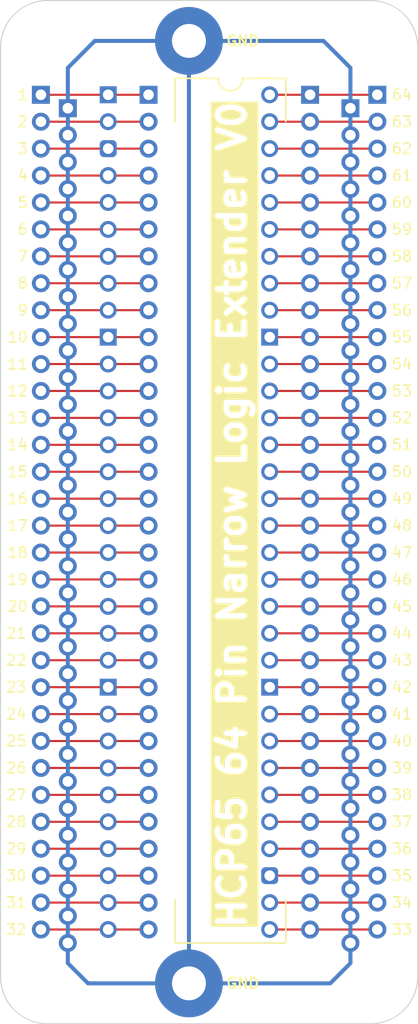
<source format=kicad_pcb>
(kicad_pcb (version 20241229) (generator "pcbnew") (generator_version "9.0")
  (title_block (title "Narrow Logic Analyser Extension") (date "2026-01-15") (rev "V0"))
  (layers (0 "F.Cu" signal) (2 "B.Cu" signal) (13 "F.Paste" user) (15 "B.Paste" user) (5 "F.SilkS" user "F.Silkscreen") (7 "B.SilkS" user "B.Silkscreen") (1 "F.Mask" user) (3 "B.Mask" user) (25 "Edge.Cuts" user))
  (net 0 "")
  (net 1 "Net-(J4-Pin_24)")
  (net 2 "Net-(J4-Pin_9)")
  (net 3 "Net-(J2-Pin_11)")
  (net 4 "Net-(J2-Pin_30)")
  (net 5 "Net-(J4-Pin_3)")
  (net 6 "Net-(J4-Pin_17)")
  (net 7 "Net-(J2-Pin_8)")
  (net 8 "Net-(J4-Pin_18)")
  (net 9 "Net-(J4-Pin_14)")
  (net 10 "Net-(J4-Pin_16)")
  (net 11 "Net-(J4-Pin_27)")
  (net 12 "Net-(J2-Pin_19)")
  (net 13 "Net-(J2-Pin_12)")
  (net 14 "Net-(J2-Pin_25)")
  (net 15 "Net-(J4-Pin_22)")
  (net 16 "Net-(J4-Pin_30)")
  (net 17 "Net-(J4-Pin_5)")
  (net 18 "Net-(J4-Pin_31)")
  (net 19 "Net-(J2-Pin_21)")
  (net 20 "Net-(J2-Pin_3)")
  (net 21 "Net-(J4-Pin_32)")
  (net 22 "Net-(J2-Pin_2)")
  (net 23 "Net-(J2-Pin_14)")
  (net 24 "Net-(J2-Pin_9)")
  (net 25 "Net-(J2-Pin_5)")
  (net 26 "Net-(J2-Pin_16)")
  (net 27 "Net-(J2-Pin_18)")
  (net 28 "Net-(J2-Pin_23)")
  (net 29 "Net-(J4-Pin_19)")
  (net 30 "Net-(J4-Pin_7)")
  (net 31 "Net-(J2-Pin_10)")
  (net 32 "Net-(J2-Pin_27)")
  (net 33 "Net-(J4-Pin_2)")
  (net 34 "Net-(J4-Pin_29)")
  (net 35 "Net-(J4-Pin_12)")
  (net 36 "Net-(J2-Pin_7)")
  (net 37 "Net-(J4-Pin_13)")
  (net 38 "Net-(J2-Pin_15)")
  (net 39 "Net-(J2-Pin_26)")
  (net 40 "Net-(J4-Pin_28)")
  (net 41 "Net-(J4-Pin_23)")
  (net 42 "Net-(J4-Pin_25)")
  (net 43 "Net-(J4-Pin_11)")
  (net 44 "Net-(J4-Pin_21)")
  (net 45 "Net-(J4-Pin_15)")
  (net 46 "Net-(J4-Pin_6)")
  (net 47 "Net-(J4-Pin_26)")
  (net 48 "Net-(J2-Pin_4)")
  (net 49 "Net-(J2-Pin_29)")
  (net 50 "Net-(J2-Pin_20)")
  (net 51 "Net-(J4-Pin_1)")
  (net 52 "Net-(J4-Pin_4)")
  (net 53 "Net-(J2-Pin_31)")
  (net 54 "Net-(J2-Pin_13)")
  (net 55 "Net-(J2-Pin_6)")
  (net 56 "Net-(J2-Pin_22)")
  (net 57 "Net-(J4-Pin_20)")
  (net 58 "Net-(J4-Pin_8)")
  (net 59 "Net-(J4-Pin_10)")
  (net 60 "Net-(J2-Pin_32)")
  (net 61 "Net-(J2-Pin_24)")
  (net 62 "Net-(J2-Pin_1)")
  (net 63 "Net-(J2-Pin_17)")
  (net 64 "Net-(J2-Pin_28)")
  (net 65 "/GND")
  (footprint "Connector_PinHeader_2.54mm:PinHeader_1x32_P2.54mm_Vertical" (layer "F.Cu") (at -3.81 1.27)
    (property "Reference" "J6" (hide yes))
    (property "Value" "Conn_01x32_Pin")
  )
  (footprint "Connector_PinHeader_2.54mm:PinHeader_1x32_P2.54mm_Vertical" (layer "F.Cu") (at 22.86 1.27)
    (property "Reference" "J7" (hide yes))
    (property "Value" "Conn_01x32_Pin")
  )
  (footprint "SamacSys_Parts:DIP-64_Board_W15.24mm_Nak" (layer "F.Cu") (at 0 0)
    (property "Reference" "J1" (hide yes))
    (property "Value" "Board 2x32 W15.24mm")
  )
  (footprint "MountingHole:MountingHole_3.2mm_M3_Pad" (layer "F.Cu") (at 7.62 -5.08)
    (property "Reference" "H1" (hide yes))
    (property "Value" "MountingHole_Pad")
  )
  (footprint "Connector_PinSocket_2.54mm:PinSocket_1x32_P2.54mm_Vertical" (layer "F.Cu") (at 19.05 0)
    (property "Reference" "J3" (hide yes))
    (property "Value" "Conn_01x32_Socket")
  )
  (footprint "Connector_PinHeader_2.54mm:PinHeader_1x32_P2.54mm_Vertical" (layer "F.Cu") (at -6.35 0)
    (property "Reference" "J5" (hide yes))
    (property "Value" "Conn_01x32_Pin")
  )
  (footprint "MountingHole:MountingHole_3.2mm_M3_Pad" (layer "F.Cu") (at 7.62 83.82)
    (property "Reference" "H2" (hide yes))
    (property "Value" "MountingHole_Pad")
  )
  (footprint "Connector_PinSocket_2.54mm:PinSocket_1x32_P2.54mm_Vertical" (layer "F.Cu") (at 3.81 0)
    (property "Reference" "J4" (hide yes))
    (property "Value" "Conn_01x32_Socket")
  )
  (footprint "Connector_PinHeader_2.54mm:PinHeader_1x32_P2.54mm_Vertical" (layer "F.Cu") (at 25.4 0)
    (property "Reference" "J2" (hide yes))
    (property "Value" "Conn_01x32_Pin")
  )
  (gr_line (start 16.764 80.01) (end 6.305726 80.010001) (stroke (width 0.15)) (layer "F.SilkS"))
  (gr_arc (start 12.7 -1.546136) (mid 11.534863 -0.380999) (end 10.369726 -1.546136) (stroke (width 0.15)) (layer "F.SilkS"))
  (gr_line (start 16.764 -1.546136) (end 12.7 -1.546136) (stroke (width 0.15)) (layer "F.SilkS"))
  (gr_line (start 6.305726 80.010001) (end 6.305726 75.946001) (stroke (width 0.15)) (layer "F.SilkS"))
  (gr_line (start 16.764 80.01) (end 16.763999 75.946001) (stroke (width 0.15)) (layer "F.SilkS"))
  (gr_line (start 16.764 -1.546136) (end 16.764 2.517864) (stroke (width 0.15)) (layer "F.SilkS"))
  (gr_line (start 6.305726 -1.546136) (end 6.305726 2.517864) (stroke (width 0.15)) (layer "F.SilkS"))
  (gr_line (start 6.305726 -1.546136) (end 10.369726 -1.546136) (stroke (width 0.15)) (layer "F.SilkS"))
  (gr_line (start -5.715 -8.89) (end 24.765 -8.89) (stroke (width 0.1)) (layer "Edge.Cuts"))
  (gr_arc (start -5.715 87.63) (mid -8.85809 86.32809) (end -10.16 83.185) (stroke (width 0.1)) (layer "Edge.Cuts"))
  (gr_line (start 29.21 -4.445) (end 29.21 83.185) (stroke (width 0.1)) (layer "Edge.Cuts"))
  (gr_arc (start 24.765 -8.89) (mid 27.90809 -7.58809) (end 29.21 -4.445) (stroke (width 0.1)) (layer "Edge.Cuts"))
  (gr_line (start -10.16 83.185001) (end -10.16 -4.445) (stroke (width 0.1)) (layer "Edge.Cuts"))
  (gr_line (start 24.765 87.63) (end -5.715 87.63) (stroke (width 0.1)) (layer "Edge.Cuts"))
  (gr_arc (start -10.16 -4.445) (mid -8.85809 -7.58809) (end -5.715 -8.89) (stroke (width 0.1)) (layer "Edge.Cuts"))
  (gr_arc (start 29.21 83.185) (mid 27.90809 86.32809) (end 24.765 87.63) (stroke (width 0.1)) (layer "Edge.Cuts"))
  (gr_text "56" (at 26.67 20.32 0) (layer "F.SilkS") (effects (font (size 1 1)) (justify left)))
  (gr_text "40" (at 26.67 60.96 0) (layer "F.SilkS") (effects (font (size 1 1)) (justify left)))
  (gr_text "19" (at -7.493 45.72 0) (layer "F.SilkS") (effects (font (size 1 1)) (justify right)))
  (gr_text "13" (at -7.493 30.48 0) (layer "F.SilkS") (effects (font (size 1 1)) (justify right)))
  (gr_text "15" (at -7.493 35.56 0) (layer "F.SilkS") (effects (font (size 1 1)) (justify right)))
  (gr_text "30" (at -7.62 73.66 0) (layer "F.SilkS") (effects (font (size 1 1)) (justify right)))
  (gr_text "10" (at -7.493 22.86 0) (layer "F.SilkS") (effects (font (size 1 1)) (justify right)))
  (gr_text "41" (at 26.67 58.42 0) (layer "F.SilkS") (effects (font (size 1 1)) (justify left)))
  (gr_text "39" (at 26.67 63.5 0) (layer "F.SilkS") (effects (font (size 1 1)) (justify left)))
  (gr_text "GND" (at 12.7 -5.08 0) (layer "F.SilkS") (effects (font (size 1 1) (thickness 0.2) (bold yes))))
  (gr_text "20" (at -7.493 48.26 0) (layer "F.SilkS") (effects (font (size 1 1)) (justify right)))
  (gr_text "1" (at -7.493 0 0) (layer "F.SilkS") (effects (font (size 1 1)) (justify right)))
  (gr_text "48" (at 26.67 40.64 0) (layer "F.SilkS") (effects (font (size 1 1)) (justify left)))
  (gr_text "51" (at 26.67 33.02 0) (layer "F.SilkS") (effects (font (size 1 1)) (justify left)))
  (gr_text "54" (at 26.67 25.4 0) (layer "F.SilkS") (effects (font (size 1 1)) (justify left)))
  (gr_text "58" (at 26.67 15.24 0) (layer "F.SilkS") (effects (font (size 1 1)) (justify left)))
  (gr_text "21" (at -7.62 50.8 0) (layer "F.SilkS") (effects (font (size 1 1)) (justify right)))
  (gr_text "11" (at -7.493 25.4 0) (layer "F.SilkS") (effects (font (size 1 1)) (justify right)))
  (gr_text "44" (at 26.67 50.8 0) (layer "F.SilkS") (effects (font (size 1 1)) (justify left)))
  (gr_text "61" (at 26.67 7.62 0) (layer "F.SilkS") (effects (font (size 1 1)) (justify left)))
  (gr_text "HCP65 64 Pin Narrow Logic Extender V0" (at 11.684 39.624 90) (layer "F.SilkS" knockout) (effects (font (size 2.5 2.5) (thickness 0.5) (bold yes))))
  (gr_text "24" (at -7.62 58.42 0) (layer "F.SilkS") (effects (font (size 1 1)) (justify right)))
  (gr_text "4" (at -7.493 7.62 0) (layer "F.SilkS") (effects (font (size 1 1)) (justify right)))
  (gr_text "49" (at 26.67 38.1 0) (layer "F.SilkS") (effects (font (size 1 1)) (justify left)))
  (gr_text "16" (at -7.493 38.1 0) (layer "F.SilkS") (effects (font (size 1 1)) (justify right)))
  (gr_text "42" (at 26.67 55.88 0) (layer "F.SilkS") (effects (font (size 1 1)) (justify left)))
  (gr_text "3" (at -7.493 5.08 0) (layer "F.SilkS") (effects (font (size 1 1)) (justify right)))
  (gr_text "7" (at -7.493 15.24 0) (layer "F.SilkS") (effects (font (size 1 1)) (justify right)))
  (gr_text "27" (at -7.62 66.04 0) (layer "F.SilkS") (effects (font (size 1 1)) (justify right)))
  (gr_text "26" (at -7.62 63.5 0) (layer "F.SilkS") (effects (font (size 1 1)) (justify right)))
  (gr_text "9" (at -7.493 20.32 0) (layer "F.SilkS") (effects (font (size 1 1)) (justify right)))
  (gr_text "36" (at 26.67 71.12 0) (layer "F.SilkS") (effects (font (size 1 1)) (justify left)))
  (gr_text "33" (at 26.67 78.74 0) (layer "F.SilkS") (effects (font (size 1 1)) (justify left)))
  (gr_text "35" (at 26.67 73.66 0) (layer "F.SilkS") (effects (font (size 1 1)) (justify left)))
  (gr_text "37" (at 26.67 68.58 0) (layer "F.SilkS") (effects (font (size 1 1)) (justify left)))
  (gr_text "5" (at -7.493 10.16 0) (layer "F.SilkS") (effects (font (size 1 1)) (justify right)))
  (gr_text "32" (at -7.62 78.74 0) (layer "F.SilkS") (effects (font (size 1 1)) (justify right)))
  (gr_text "18" (at -7.493 43.18 0) (layer "F.SilkS") (effects (font (size 1 1)) (justify right)))
  (gr_text "55" (at 26.67 22.86 0) (layer "F.SilkS") (effects (font (size 1 1)) (justify left)))
  (gr_text "31" (at -7.62 76.2 0) (layer "F.SilkS") (effects (font (size 1 1)) (justify right)))
  (gr_text "25" (at -7.62 60.96 0) (layer "F.SilkS") (effects (font (size 1 1)) (justify right)))
  (gr_text "8" (at -7.493 17.78 0) (layer "F.SilkS") (effects (font (size 1 1)) (justify right)))
  (gr_text "60" (at 26.67 10.16 0) (layer "F.SilkS") (effects (font (size 1 1)) (justify left)))
  (gr_text "23" (at -7.62 55.88 0) (layer "F.SilkS") (effects (font (size 1 1)) (justify right)))
  (gr_text "GND" (at 12.7 83.82 0) (layer "F.SilkS") (effects (font (size 1 1) (thickness 0.2) (bold yes))))
  (gr_text "63" (at 26.67 2.54 0) (layer "F.SilkS") (effects (font (size 1 1)) (justify left)))
  (gr_text "29" (at -7.62 71.12 0) (layer "F.SilkS") (effects (font (size 1 1)) (justify right)))
  (gr_text "64" (at 26.67 0 0) (layer "F.SilkS") (effects (font (size 1 1)) (justify left)))
  (gr_text "52" (at 26.67 30.48 0) (layer "F.SilkS") (effects (font (size 1 1)) (justify left)))
  (gr_text "62" (at 26.67 5.08 0) (layer "F.SilkS") (effects (font (size 1 1)) (justify left)))
  (gr_text "28" (at -7.62 68.58 0) (layer "F.SilkS") (effects (font (size 1 1)) (justify right)))
  (gr_text "12" (at -7.493 27.94 0) (layer "F.SilkS") (effects (font (size 1 1)) (justify right)))
  (gr_text "6" (at -7.493 12.7 0) (layer "F.SilkS") (effects (font (size 1 1)) (justify right)))
  (gr_text "50" (at 26.67 35.56 0) (layer "F.SilkS") (effects (font (size 1 1)) (justify left)))
  (gr_text "53" (at 26.67 27.94 0) (layer "F.SilkS") (effects (font (size 1 1)) (justify left)))
  (gr_text "43" (at 26.67 53.34 0) (layer "F.SilkS") (effects (font (size 1 1)) (justify left)))
  (gr_text "34" (at 26.67 76.2 0) (layer "F.SilkS") (effects (font (size 1 1)) (justify left)))
  (gr_text "14" (at -7.493 33.02 0) (layer "F.SilkS") (effects (font (size 1 1)) (justify right)))
  (gr_text "22" (at -7.62 53.34 0) (layer "F.SilkS") (effects (font (size 1 1)) (justify right)))
  (gr_text "2" (at -7.493 2.54 0) (layer "F.SilkS") (effects (font (size 1 1)) (justify right)))
  (gr_text "38" (at 26.67 66.04 0) (layer "F.SilkS") (effects (font (size 1 1)) (justify left)))
  (gr_text "57" (at 26.67 17.78 0) (layer "F.SilkS") (effects (font (size 1 1)) (justify left)))
  (gr_text "45" (at 26.67 48.26 0) (layer "F.SilkS") (effects (font (size 1 1)) (justify left)))
  (gr_text "47" (at 26.67 43.18 0) (layer "F.SilkS") (effects (font (size 1 1)) (justify left)))
  (gr_text "17" (at -7.493 40.64 0) (layer "F.SilkS") (effects (font (size 1 1)) (justify right)))
  (gr_text "59" (at 26.67 12.7 0) (layer "F.SilkS") (effects (font (size 1 1)) (justify left)))
  (gr_text "46" (at 26.67 45.72 0) (layer "F.SilkS") (effects (font (size 1 1)) (justify left)))
  (segment (start 0 58.42) (end 3.81 58.42) (width 0.2) (layer "F.Cu") (net 1))
  (segment (start -6.35 58.42) (end 0 58.42) (width 0.2) (layer "F.Cu") (net 1))
  (segment (start 3.81 20.32) (end 0 20.32) (width 0.2) (layer "F.Cu") (net 2))
  (segment (start 0 20.32) (end -6.35 20.32) (width 0.2) (layer "F.Cu") (net 2))
  (segment (start 25.4 25.4) (end 19.05 25.4) (width 0.2) (layer "F.Cu") (net 3))
  (segment (start 19.05 25.4) (end 15.24 25.4) (width 0.2) (layer "F.Cu") (net 3))
  (segment (start 15.24 73.66) (end 19.05 73.66) (width 0.2) (layer "F.Cu") (net 4))
  (segment (start 19.05 73.66) (end 25.4 73.66) (width 0.2) (layer "F.Cu") (net 4))
  (segment (start 3.81 5.08) (end 0 5.08) (width 0.2) (layer "F.Cu") (net 5))
  (segment (start 0 5.08) (end -6.35 5.08) (width 0.2) (layer "F.Cu") (net 5))
  (segment (start 3.81 40.64) (end 0 40.64) (width 0.2) (layer "F.Cu") (net 6))
  (segment (start 0 40.64) (end -6.35 40.64) (width 0.2) (layer "F.Cu") (net 6))
  (segment (start 15.24 17.78) (end 19.05 17.78) (width 0.2) (layer "F.Cu") (net 7))
  (segment (start 19.05 17.78) (end 25.4 17.78) (width 0.2) (layer "F.Cu") (net 7))
  (segment (start 0 43.18) (end 3.81 43.18) (width 0.2) (layer "F.Cu") (net 8))
  (segment (start -6.35 43.18) (end 0 43.18) (width 0.2) (layer "F.Cu") (net 8))
  (segment (start 0 33.02) (end 3.81 33.02) (width 0.2) (layer "F.Cu") (net 9))
  (segment (start -6.35 33.02) (end 0 33.02) (width 0.2) (layer "F.Cu") (net 9))
  (segment (start -6.35 38.1) (end 0 38.1) (width 0.2) (layer "F.Cu") (net 10))
  (segment (start 0 38.1) (end 3.81 38.1) (width 0.2) (layer "F.Cu") (net 10))
  (segment (start 0 66.04) (end -6.35 66.04) (width 0.2) (layer "F.Cu") (net 11))
  (segment (start 3.81 66.04) (end 0 66.04) (width 0.2) (layer "F.Cu") (net 11))
  (segment (start 25.4 45.72) (end 19.05 45.72) (width 0.2) (layer "F.Cu") (net 12))
  (segment (start 19.05 45.72) (end 15.24 45.72) (width 0.2) (layer "F.Cu") (net 12))
  (segment (start 19.05 27.94) (end 25.4 27.94) (width 0.2) (layer "F.Cu") (net 13))
  (segment (start 15.24 27.94) (end 19.05 27.94) (width 0.2) (layer "F.Cu") (net 13))
  (segment (start 25.4 60.96) (end 19.05 60.96) (width 0.2) (layer "F.Cu") (net 14))
  (segment (start 19.05 60.96) (end 15.24 60.96) (width 0.2) (layer "F.Cu") (net 14))
  (segment (start 0 53.34) (end 3.81 53.34) (width 0.2) (layer "F.Cu") (net 15))
  (segment (start -6.35 53.34) (end 0 53.34) (width 0.2) (layer "F.Cu") (net 15))
  (segment (start -6.35 73.66) (end 0 73.66) (width 0.2) (layer "F.Cu") (net 16))
  (segment (start 0 73.66) (end 3.81 73.66) (width 0.2) (layer "F.Cu") (net 16))
  (segment (start 3.81 10.16) (end 0 10.16) (width 0.2) (layer "F.Cu") (net 17))
  (segment (start 0 10.16) (end -6.35 10.16) (width 0.2) (layer "F.Cu") (net 17))
  (segment (start 3.81 76.2) (end 0 76.2) (width 0.2) (layer "F.Cu") (net 18))
  (segment (start 0 76.2) (end -6.35 76.2) (width 0.2) (layer "F.Cu") (net 18))
  (segment (start 25.4 50.8) (end 19.05 50.8) (width 0.2) (layer "F.Cu") (net 19))
  (segment (start 19.05 50.8) (end 15.24 50.8) (width 0.2) (layer "F.Cu") (net 19))
  (segment (start 19.05 5.08) (end 15.24 5.08) (width 0.2) (layer "F.Cu") (net 20))
  (segment (start 25.4 5.08) (end 19.05 5.08) (width 0.2) (layer "F.Cu") (net 20))
  (segment (start 0 78.74) (end 3.81 78.74) (width 0.2) (layer "F.Cu") (net 21))
  (segment (start -6.35 78.74) (end 0 78.74) (width 0.2) (layer "F.Cu") (net 21))
  (segment (start 19.05 2.54) (end 25.4 2.54) (width 0.2) (layer "F.Cu") (net 22))
  (segment (start 15.24 2.54) (end 19.05 2.54) (width 0.2) (layer "F.Cu") (net 22))
  (segment (start 19.05 33.02) (end 25.4 33.02) (width 0.2) (layer "F.Cu") (net 23))
  (segment (start 15.24 33.02) (end 19.05 33.02) (width 0.2) (layer "F.Cu") (net 23))
  (segment (start 25.4 20.32) (end 19.05 20.32) (width 0.2) (layer "F.Cu") (net 24))
  (segment (start 19.05 20.32) (end 15.24 20.32) (width 0.2) (layer "F.Cu") (net 24))
  (segment (start 19.05 10.16) (end 15.24 10.16) (width 0.2) (layer "F.Cu") (net 25))
  (segment (start 25.4 10.16) (end 19.05 10.16) (width 0.2) (layer "F.Cu") (net 25))
  (segment (start 19.05 38.1) (end 25.4 38.1) (width 0.2) (layer "F.Cu") (net 26))
  (segment (start 15.24 38.1) (end 19.05 38.1) (width 0.2) (layer "F.Cu") (net 26))
  (segment (start 15.24 43.18) (end 19.05 43.18) (width 0.2) (layer "F.Cu") (net 27))
  (segment (start 19.05 43.18) (end 25.4 43.18) (width 0.2) (layer "F.Cu") (net 27))
  (segment (start 25.4 55.88) (end 19.05 55.88) (width 0.2) (layer "F.Cu") (net 28))
  (segment (start 19.05 55.88) (end 15.24 55.88) (width 0.2) (layer "F.Cu") (net 28))
  (segment (start 0 45.72) (end -6.35 45.72) (width 0.2) (layer "F.Cu") (net 29))
  (segment (start 3.81 45.72) (end 0 45.72) (width 0.2) (layer "F.Cu") (net 29))
  (segment (start 3.81 15.24) (end 0 15.24) (width 0.2) (layer "F.Cu") (net 30))
  (segment (start 0 15.24) (end -6.35 15.24) (width 0.2) (layer "F.Cu") (net 30))
  (segment (start 19.05 22.86) (end 25.4 22.86) (width 0.2) (layer "F.Cu") (net 31))
  (segment (start 15.24 22.86) (end 19.05 22.86) (width 0.2) (layer "F.Cu") (net 31))
  (segment (start 19.05 66.04) (end 15.24 66.04) (width 0.2) (layer "F.Cu") (net 32))
  (segment (start 25.4 66.04) (end 19.05 66.04) (width 0.2) (layer "F.Cu") (net 32))
  (segment (start -6.35 2.54) (end 0 2.54) (width 0.2) (layer "F.Cu") (net 33))
  (segment (start 0 2.54) (end 3.81 2.54) (width 0.2) (layer "F.Cu") (net 33))
  (segment (start 3.81 71.12) (end 0 71.12) (width 0.2) (layer "F.Cu") (net 34))
  (segment (start 0 71.12) (end -6.35 71.12) (width 0.2) (layer "F.Cu") (net 34))
  (segment (start -6.35 27.94) (end 0 27.94) (width 0.2) (layer "F.Cu") (net 35))
  (segment (start 0 27.94) (end 3.81 27.94) (width 0.2) (layer "F.Cu") (net 35))
  (segment (start 25.4 15.24) (end 19.05 15.24) (width 0.2) (layer "F.Cu") (net 36))
  (segment (start 19.05 15.24) (end 15.24 15.24) (width 0.2) (layer "F.Cu") (net 36))
  (segment (start 3.81 30.48) (end 0 30.48) (width 0.2) (layer "F.Cu") (net 37))
  (segment (start 0 30.48) (end -6.35 30.48) (width 0.2) (layer "F.Cu") (net 37))
  (segment (start 25.4 35.56) (end 19.05 35.56) (width 0.2) (layer "F.Cu") (net 38))
  (segment (start 19.05 35.56) (end 15.24 35.56) (width 0.2) (layer "F.Cu") (net 38))
  (segment (start 15.24 63.5) (end 19.05 63.5) (width 0.2) (layer "F.Cu") (net 39))
  (segment (start 19.05 63.5) (end 25.4 63.5) (width 0.2) (layer "F.Cu") (net 39))
  (segment (start 0 68.58) (end 3.81 68.58) (width 0.2) (layer "F.Cu") (net 40))
  (segment (start -6.35 68.58) (end 0 68.58) (width 0.2) (layer "F.Cu") (net 40))
  (segment (start 3.81 55.88) (end 0 55.88) (width 0.2) (layer "F.Cu") (net 41))
  (segment (start 0 55.88) (end -6.35 55.88) (width 0.2) (layer "F.Cu") (net 41))
  (segment (start 3.81 60.96) (end 0 60.96) (width 0.2) (layer "F.Cu") (net 42))
  (segment (start 0 60.96) (end -6.35 60.96) (width 0.2) (layer "F.Cu") (net 42))
  (segment (start 3.81 25.4) (end 0 25.4) (width 0.2) (layer "F.Cu") (net 43))
  (segment (start 0 25.4) (end -6.35 25.4) (width 0.2) (layer "F.Cu") (net 43))
  (segment (start 3.81 50.8) (end 0 50.8) (width 0.2) (layer "F.Cu") (net 44))
  (segment (start 0 50.8) (end -6.35 50.8) (width 0.2) (layer "F.Cu") (net 44))
  (segment (start 0 35.56) (end -6.35 35.56) (width 0.2) (layer "F.Cu") (net 45))
  (segment (start 3.81 35.56) (end 0 35.56) (width 0.2) (layer "F.Cu") (net 45))
  (segment (start -6.35 12.7) (end 0 12.7) (width 0.2) (layer "F.Cu") (net 46))
  (segment (start 0 12.7) (end 3.81 12.7) (width 0.2) (layer "F.Cu") (net 46))
  (segment (start -6.35 63.5) (end 0 63.5) (width 0.2) (layer "F.Cu") (net 47))
  (segment (start 0 63.5) (end 3.81 63.5) (width 0.2) (layer "F.Cu") (net 47))
  (segment (start 19.05 7.62) (end 25.4 7.62) (width 0.2) (layer "F.Cu") (net 48))
  (segment (start 15.24 7.62) (end 19.05 7.62) (width 0.2) (layer "F.Cu") (net 48))
  (segment (start 19.05 71.12) (end 15.24 71.12) (width 0.2) (layer "F.Cu") (net 49))
  (segment (start 25.4 71.12) (end 19.05 71.12) (width 0.2) (layer "F.Cu") (net 49))
  (segment (start 15.24 48.26) (end 19.05 48.26) (width 0.2) (layer "F.Cu") (net 50))
  (segment (start 19.05 48.26) (end 25.4 48.26) (width 0.2) (layer "F.Cu") (net 50))
  (segment (start 3.81 0) (end 0 0) (width 0.2) (layer "F.Cu") (net 51))
  (segment (start 0 0) (end -6.35 0) (width 0.2) (layer "F.Cu") (net 51))
  (segment (start 0 7.62) (end 3.81 7.62) (width 0.2) (layer "F.Cu") (net 52))
  (segment (start -6.35 7.62) (end 0 7.62) (width 0.2) (layer "F.Cu") (net 52))
  (segment (start 25.4 76.2) (end 19.05 76.2) (width 0.2) (layer "F.Cu") (net 53))
  (segment (start 19.05 76.2) (end 15.24 76.2) (width 0.2) (layer "F.Cu") (net 53))
  (segment (start 19.05 30.48) (end 15.24 30.48) (width 0.2) (layer "F.Cu") (net 54))
  (segment (start 25.4 30.48) (end 19.05 30.48) (width 0.2) (layer "F.Cu") (net 54))
  (segment (start 15.24 12.7) (end 19.05 12.7) (width 0.2) (layer "F.Cu") (net 55))
  (segment (start 19.05 12.7) (end 25.4 12.7) (width 0.2) (layer "F.Cu") (net 55))
  (segment (start 15.24 53.34) (end 19.05 53.34) (width 0.2) (layer "F.Cu") (net 56))
  (segment (start 19.05 53.34) (end 25.4 53.34) (width 0.2) (layer "F.Cu") (net 56))
  (segment (start -6.35 48.26) (end 0 48.26) (width 0.2) (layer "F.Cu") (net 57))
  (segment (start 0 48.26) (end 3.81 48.26) (width 0.2) (layer "F.Cu") (net 57))
  (segment (start -6.35 17.78) (end 0 17.78) (width 0.2) (layer "F.Cu") (net 58))
  (segment (start 0 17.78) (end 3.81 17.78) (width 0.2) (layer "F.Cu") (net 58))
  (segment (start -6.35 22.86) (end 0 22.86) (width 0.2) (layer "F.Cu") (net 59))
  (segment (start 0 22.86) (end 3.81 22.86) (width 0.2) (layer "F.Cu") (net 59))
  (segment (start 15.24 78.74) (end 19.05 78.74) (width 0.2) (layer "F.Cu") (net 60))
  (segment (start 19.05 78.74) (end 25.4 78.74) (width 0.2) (layer "F.Cu") (net 60))
  (segment (start 19.05 58.42) (end 25.4 58.42) (width 0.2) (layer "F.Cu") (net 61))
  (segment (start 15.24 58.42) (end 19.05 58.42) (width 0.2) (layer "F.Cu") (net 61))
  (segment (start 25.4 0) (end 19.05 0) (width 0.2) (layer "F.Cu") (net 62))
  (segment (start 19.05 0) (end 15.24 0) (width 0.2) (layer "F.Cu") (net 62))
  (segment (start 25.4 40.64) (end 19.05 40.64) (width 0.2) (layer "F.Cu") (net 63))
  (segment (start 19.05 40.64) (end 15.24 40.64) (width 0.2) (layer "F.Cu") (net 63))
  (segment (start 19.05 68.58) (end 25.4 68.58) (width 0.2) (layer "F.Cu") (net 64))
  (segment (start 15.24 68.58) (end 19.05 68.58) (width 0.2) (layer "F.Cu") (net 64))
  (segment (start 22.86 3.81) (end 22.86 1.27) (width 0.38) (layer "B.Cu") (net 65))
  (segment (start -3.81 29.21) (end -3.81 31.75) (width 0.38) (layer "B.Cu") (net 65))
  (segment (start -3.81 24.13) (end -3.81 21.59) (width 0.38) (layer "B.Cu") (net 65))
  (segment (start 22.86 29.21) (end 22.86 26.67) (width 0.38) (layer "B.Cu") (net 65))
  (segment (start 22.86 36.83) (end 22.86 34.29) (width 0.38) (layer "B.Cu") (net 65))
  (segment (start -3.81 72.39) (end -3.81 69.85) (width 0.38) (layer "B.Cu") (net 65))
  (segment (start 22.86 69.85) (end 22.86 67.31) (width 0.38) (layer "B.Cu") (net 65))
  (segment (start -3.81 11.43) (end -3.81 8.89) (width 0.38) (layer "B.Cu") (net 65))
  (segment (start -3.81 80.01) (end -3.81 81.915) (width 0.38) (layer "B.Cu") (net 65))
  (segment (start 22.86 39.37) (end 22.86 36.83) (width 0.38) (layer "B.Cu") (net 65))
  (segment (start -3.81 62.23) (end -3.81 59.69) (width 0.38) (layer "B.Cu") (net 65))
  (segment (start -3.81 49.53) (end -3.81 46.99) (width 0.38) (layer "B.Cu") (net 65))
  (segment (start -3.81 39.37) (end -3.81 36.83) (width 0.38) (layer "B.Cu") (net 65))
  (segment (start 22.86 80.01) (end 22.86 77.47) (width 0.38) (layer "B.Cu") (net 65))
  (segment (start -3.81 36.83) (end -3.81 34.29) (width 0.38) (layer "B.Cu") (net 65))
  (segment (start 22.86 59.69) (end 22.86 57.15) (width 0.38) (layer "B.Cu") (net 65))
  (segment (start -3.81 41.91) (end -3.81 39.37) (width 0.38) (layer "B.Cu") (net 65))
  (segment (start 22.86 57.15) (end 22.86 54.61) (width 0.38) (layer "B.Cu") (net 65))
  (segment (start -3.81 34.29) (end -3.81 31.75) (width 0.38) (layer "B.Cu") (net 65))
  (segment (start -3.81 21.59) (end -3.81 19.05) (width 0.38) (layer "B.Cu") (net 65))
  (segment (start 22.86 16.51) (end 22.86 19.05) (width 0.38) (layer "B.Cu") (net 65))
  (segment (start 22.86 44.45) (end 22.86 41.91) (width 0.38) (layer "B.Cu") (net 65))
  (segment (start -3.81 80.01) (end -3.81 77.47) (width 0.38) (layer "B.Cu") (net 65))
  (segment (start 22.86 41.91) (end 22.86 39.37) (width 0.38) (layer "B.Cu") (net 65))
  (segment (start -3.81 6.35) (end -3.81 3.81) (width 0.38) (layer "B.Cu") (net 65))
  (segment (start -3.81 74.93) (end -3.81 72.39) (width 0.38) (layer "B.Cu") (net 65))
  (segment (start -3.81 29.21) (end -3.81 26.67) (width 0.38) (layer "B.Cu") (net 65))
  (segment (start 22.86 29.21) (end 22.86 31.75) (width 0.38) (layer "B.Cu") (net 65))
  (segment (start 22.86 64.77) (end 22.86 62.23) (width 0.38) (layer "B.Cu") (net 65))
  (segment (start -1.905 83.82) (end 7.62 83.82) (width 0.38) (layer "B.Cu") (net 65))
  (segment (start 22.86 11.43) (end 22.86 8.89) (width 0.38) (layer "B.Cu") (net 65))
  (segment (start 20.32 -5.08) (end 22.86 -2.54) (width 0.38) (layer "B.Cu") (net 65))
  (segment (start 22.86 34.29) (end 22.86 31.75) (width 0.38) (layer "B.Cu") (net 65))
  (segment (start -3.81 59.69) (end -3.81 57.15) (width 0.38) (layer "B.Cu") (net 65))
  (segment (start -3.81 3.81) (end -3.81 1.27) (width 0.38) (layer "B.Cu") (net 65))
  (segment (start -3.81 64.77) (end -3.81 62.23) (width 0.38) (layer "B.Cu") (net 65))
  (segment (start -3.81 -2.54) (end -1.27 -5.08) (width 0.38) (layer "B.Cu") (net 65))
  (segment (start -3.81 16.51) (end -3.81 19.05) (width 0.38) (layer "B.Cu") (net 65))
  (segment (start 22.86 52.07) (end 22.86 49.53) (width 0.38) (layer "B.Cu") (net 65))
  (segment (start -1.27 -5.08) (end 7.62 -5.08) (width 0.38) (layer "B.Cu") (net 65))
  (segment (start 22.86 74.93) (end 22.86 72.39) (width 0.38) (layer "B.Cu") (net 65))
  (segment (start -3.81 44.45) (end -3.81 41.91) (width 0.38) (layer "B.Cu") (net 65))
  (segment (start -3.81 13.97) (end -3.81 16.51) (width 0.38) (layer "B.Cu") (net 65))
  (segment (start 22.86 54.61) (end 22.86 52.07) (width 0.38) (layer "B.Cu") (net 65))
  (segment (start 7.62 83.82) (end 7.62 -5.08) (width 0.38) (layer "B.Cu") (net 65))
  (segment (start -3.81 77.47) (end -3.81 74.93) (width 0.38) (layer "B.Cu") (net 65))
  (segment (start 22.86 67.31) (end 22.86 64.77) (width 0.38) (layer "B.Cu") (net 65))
  (segment (start 22.86 49.53) (end 22.86 46.99) (width 0.38) (layer "B.Cu") (net 65))
  (segment (start 22.86 77.47) (end 22.86 74.93) (width 0.38) (layer "B.Cu") (net 65))
  (segment (start 22.86 72.39) (end 22.86 69.85) (width 0.38) (layer "B.Cu") (net 65))
  (segment (start 22.86 8.89) (end 22.86 6.35) (width 0.38) (layer "B.Cu") (net 65))
  (segment (start 22.86 24.13) (end 22.86 21.59) (width 0.38) (layer "B.Cu") (net 65))
  (segment (start -3.81 81.915) (end -1.905 83.82) (width 0.38) (layer "B.Cu") (net 65))
  (segment (start -3.81 8.89) (end -3.81 6.35) (width 0.38) (layer "B.Cu") (net 65))
  (segment (start 22.86 13.97) (end 22.86 16.51) (width 0.38) (layer "B.Cu") (net 65))
  (segment (start -3.81 26.67) (end -3.81 24.13) (width 0.38) (layer "B.Cu") (net 65))
  (segment (start -3.81 52.07) (end -3.81 49.53) (width 0.38) (layer "B.Cu") (net 65))
  (segment (start 22.86 21.59) (end 22.86 19.05) (width 0.38) (layer "B.Cu") (net 65))
  (segment (start -3.81 11.43) (end -3.81 13.97) (width 0.38) (layer "B.Cu") (net 65))
  (segment (start 22.86 62.23) (end 22.86 59.69) (width 0.38) (layer "B.Cu") (net 65))
  (segment (start -3.81 1.27) (end -3.81 -2.54) (width 0.38) (layer "B.Cu") (net 65))
  (segment (start 22.86 46.99) (end 22.86 44.45) (width 0.38) (layer "B.Cu") (net 65))
  (segment (start 22.86 80.01) (end 22.86 81.915) (width 0.38) (layer "B.Cu") (net 65))
  (segment (start -3.81 69.85) (end -3.81 67.31) (width 0.38) (layer "B.Cu") (net 65))
  (segment (start 22.86 26.67) (end 22.86 24.13) (width 0.38) (layer "B.Cu") (net 65))
  (segment (start 22.86 6.35) (end 22.86 3.81) (width 0.38) (layer "B.Cu") (net 65))
  (segment (start -3.81 46.99) (end -3.81 44.45) (width 0.38) (layer "B.Cu") (net 65))
  (segment (start 20.955 83.82) (end 7.62 83.82) (width 0.38) (layer "B.Cu") (net 65))
  (segment (start 22.86 -2.54) (end 22.86 1.27) (width 0.38) (layer "B.Cu") (net 65))
  (segment (start -3.81 54.61) (end -3.81 52.07) (width 0.38) (layer "B.Cu") (net 65))
  (segment (start 22.86 11.43) (end 22.86 13.97) (width 0.38) (layer "B.Cu") (net 65))
  (segment (start 22.86 81.915) (end 20.955 83.82) (width 0.38) (layer "B.Cu") (net 65))
  (segment (start -3.81 57.15) (end -3.81 54.61) (width 0.38) (layer "B.Cu") (net 65))
  (segment (start 7.62 -5.08) (end 20.32 -5.08) (width 0.38) (layer "B.Cu") (net 65))
  (segment (start -3.81 67.31) (end -3.81 64.77) (width 0.38) (layer "B.Cu") (net 65))
)
</source>
